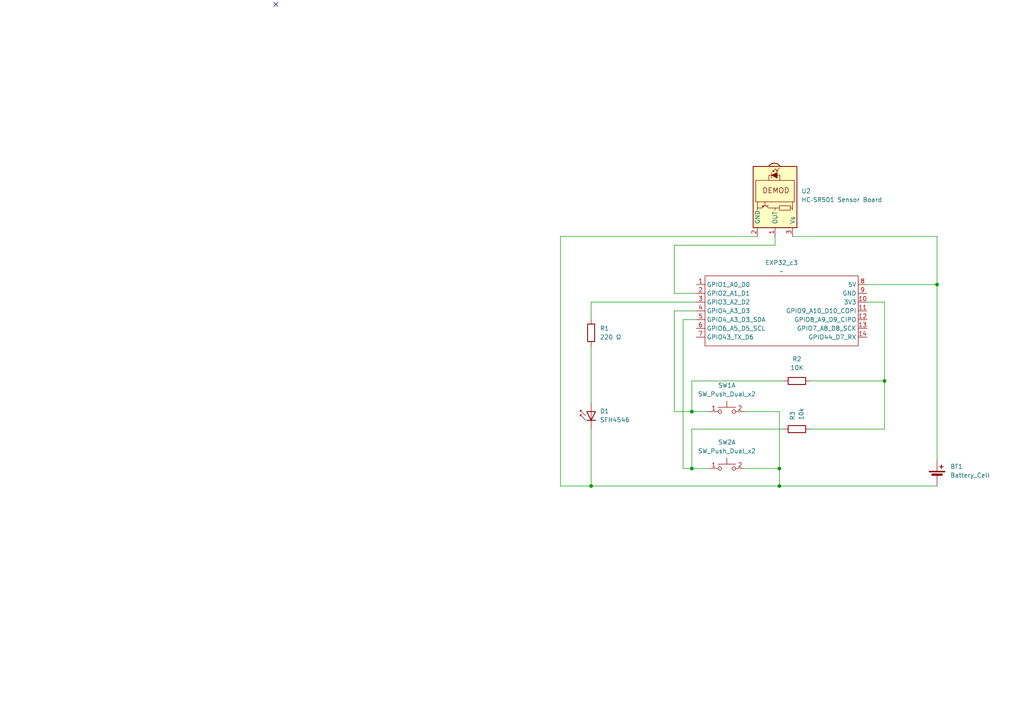
<source format=kicad_sch>
(kicad_sch (version 20231120) (generator "eeschema") (generator_version "8.0")
  (paper "A4")
  (title_block (title "Shoppers Sensors") (date "2025-02-05") (rev "1.0") (company "GIX-MSTI") (comment 1 "By: Shareef Jasim"))
  (lib_symbols
    (symbol "Device:Battery_Cell" (pin_numbers hide) (pin_names (offset 0) hide)
      (property "Reference" "BT" (at 2.54 2.54 0))
      (property "Value" "Battery_Cell" (at 2.54 0 0))
      (symbol "Battery_Cell_0_1"
        (rectangle (start -2.286 1.778) (end 2.286 1.524) (fill (type outline)))
        (rectangle (start -1.524 1.016) (end 1.524 0.508) (fill (type outline)))
        (polyline (pts (xy 0 0.762) (xy 0 0)))
        (polyline (pts (xy 0 1.778) (xy 0 2.54)))
        (polyline (pts (xy 0.762 3.048) (xy 1.778 3.048)) (stroke (width 0.254)))
        (polyline (pts (xy 1.27 3.556) (xy 1.27 2.54)) (stroke (width 0.254)))
      )
      (symbol "Battery_Cell_1_1"
        (pin passive line (at 0 5.08 270) (length 2.54) (name "+") (number "1"))
        (pin passive line (at 0 -2.54 90) (length 2.54) (name "-") (number "2"))
      )
    )
    (symbol "Device:R" (pin_numbers hide) (pin_names (offset 0))
      (property "Reference" "R" (at 2.032 0 90))
      (property "Value" "R" (at 0 0 90))
      (symbol "R_0_1"
        (rectangle (start -1.016 -2.54) (end 1.016 2.54) (stroke (width 0.254)))
      )
      (symbol "R_1_1"
        (pin passive line (at 0 3.81 270) (length 1.27) (name "~") (number "1"))
        (pin passive line (at 0 -3.81 90) (length 1.27) (name "~") (number "2"))
      )
    )
    (symbol "LED:SFH4546" (pin_numbers hide) (pin_names (offset 1.016) hide)
      (property "Reference" "D" (at 0.508 1.778 0))
      (property "Value" "SFH4546" (at -1.016 -2.794 0))
      (symbol "SFH4546_0_1"
        (polyline (pts (xy -2.54 1.27) (xy -2.54 -1.27)) (stroke (width 0.254)))
        (polyline (pts (xy 0 0) (xy -2.54 0)))
        (polyline (pts (xy 0.381 3.175) (xy -0.127 3.175)))
        (polyline (pts (xy -1.143 1.651) (xy 0.381 3.175) (xy 0.381 2.667)))
        (polyline (pts (xy 0 -1.27) (xy -2.54 0) (xy 0 1.27) (xy 0 -1.27)) (stroke (width 0.254)))
        (polyline (pts (xy -2.413 1.651) (xy -0.889 3.175) (xy -0.889 2.667) (xy -0.889 3.175) (xy -1.397 3.175)))
      )
      (symbol "SFH4546_1_1"
        (pin passive line (at -5.08 0 0) (length 2.54) (name "K") (number "1"))
        (pin passive line (at 2.54 0 180) (length 2.54) (name "A") (number "2"))
      )
    )
    (symbol "Sensor_Proximity:TSSP58038" (pin_names (offset 1.016))
      (property "Reference" "U" (at -10.16 7.62 0))
      (property "Value" "TSSP58038" (at -10.16 -7.62 0))
      (symbol "TSSP58038_0_0"
        (arc (start -10.287 1.397) (mid -11.0899 -0.1852) (end -10.287 -1.778) (stroke (width 0.254)) (fill (type background)))
        (polyline (pts (xy 1.905 -5.08) (xy 0.127 -5.08)))
        (polyline (pts (xy 1.905 5.08) (xy 0.127 5.08)))
        (text "DEMOD" (at -3.175 0.254 900) (effects (font (size 1.524 1.524))))
      )
      (symbol "TSSP58038_0_1"
        (rectangle (start -6.096 5.588) (end 0.127 -5.588))
        (polyline (pts (xy -8.763 0.381) (xy -9.652 1.27)))
        (polyline (pts (xy -8.763 0.381) (xy -9.271 0.381)))
        (polyline (pts (xy -8.763 0.381) (xy -8.763 0.889)))
        (polyline (pts (xy -8.636 -0.635) (xy -9.525 0.254)))
        (polyline (pts (xy -8.636 -0.635) (xy -9.144 -0.635)))
        (polyline (pts (xy -8.636 -0.635) (xy -8.636 -0.127)))
        (polyline (pts (xy -8.382 -1.016) (xy -6.731 -1.016)))
        (polyline (pts (xy 1.27 -2.921) (xy 0.127 -2.921)))
        (polyline (pts (xy 1.27 -1.905) (xy 1.27 -3.81)))
        (polyline (pts (xy 1.397 -3.556) (xy 1.524 -3.556)))
        (polyline (pts (xy 1.651 -3.556) (xy 1.524 -3.556)))
        (polyline (pts (xy 1.651 -3.556) (xy 1.651 -3.302)))
        (polyline (pts (xy 1.905 0) (xy 1.905 1.27)))
        (polyline (pts (xy 1.905 4.445) (xy 1.905 5.08) (xy 2.54 5.08)))
        (polyline (pts (xy -8.382 0.635) (xy -6.731 0.635) (xy -7.62 -1.016) (xy -8.382 0.635)) (fill (type outline)))
        (polyline (pts (xy -6.096 1.397) (xy -7.62 1.397) (xy -7.62 -1.778) (xy -6.096 -1.778)))
        (polyline (pts (xy 1.27 -3.175) (xy 1.905 -3.81) (xy 1.905 -5.08) (xy 2.54 -5.08)))
        (polyline (pts (xy 1.27 -2.54) (xy 1.905 -1.905) (xy 1.905 0) (xy 2.54 0)))
        (rectangle (start 2.54 1.27) (end 1.27 4.445))
        (rectangle (start 7.62 6.35) (end -10.16 -6.35) (stroke (width 0.254)) (fill (type background)))
      )
      (symbol "TSSP58038_1_1"
        (pin output line (at 10.16 0 180) (length 2.54) (name "OUT") (number "1"))
        (pin power_in line (at 10.16 -5.08 180) (length 2.54) (name "GND") (number "2"))
        (pin power_in line (at 10.16 5.08 180) (length 2.54) (name "Vs") (number "3"))
      )
    )
    (symbol "Shareef 32:XIAO_ESP32_SENSE"
      (property "Reference" "U" (at 0 0 0))
      (symbol "XIAO_ESP32_SENSE_0_1"
        (polyline (pts (xy -20.32 8.89) (xy -20.32 -11.43) (xy 24.13 -11.43) (xy 24.13 8.89) (xy -20.32 8.89)))
      )
      (symbol "XIAO_ESP32_SENSE_1_1"
        (pin bidirectional line (at -22.86 6.35 0) (length 2.54) (name "GPIO1_A0_D0") (number "1"))
        (pin bidirectional line (at 26.67 1.27 180) (length 2.54) (name "3V3") (number "10"))
        (pin bidirectional line (at 26.67 -1.27 180) (length 2.54) (name "GPIO9_A10_D10_COPI") (number "11"))
        (pin bidirectional line (at 26.67 -3.81 180) (length 2.54) (name "GPIO8_A9_D9_CIPO") (number "12"))
        (pin bidirectional line (at 26.67 -6.35 180) (length 2.54) (name "GPIO7_A8_D8_SCK") (number "13"))
        (pin bidirectional line (at 26.67 -8.89 180) (length 2.54) (name "GPIO44_D7_RX") (number "14"))
        (pin bidirectional line (at -22.86 3.81 0) (length 2.54) (name "GPIO2_A1_D1") (number "2"))
        (pin bidirectional line (at -22.86 1.27 0) (length 2.54) (name "GPIO3_A2_D2") (number "3"))
        (pin bidirectional line (at -22.86 -1.27 0) (length 2.54) (name "GPIO4_A3_D3") (number "4"))
        (pin bidirectional line (at -22.86 -3.81 0) (length 2.54) (name "GPIO4_A3_D3_SDA") (number "5"))
        (pin bidirectional line (at -22.86 -6.35 0) (length 2.54) (name "GPIO6_A5_D5_SCL") (number "6"))
        (pin bidirectional line (at -22.86 -8.89 0) (length 2.54) (name "GPIO43_TX_D6") (number "7"))
        (pin bidirectional line (at 26.67 6.35 180) (length 2.54) (name "5V") (number "8"))
        (pin bidirectional line (at 26.67 3.81 180) (length 2.54) (name "GND") (number "9"))
      )
    )
    (symbol "Switch:SW_Push_Dual_x2" (pin_names (offset 1.016) hide)
      (property "Reference" "SW" (at 1.27 2.54 0))
      (property "Value" "SW_Push_Dual_x2" (at 0 -1.524 0))
      (symbol "SW_Push_Dual_x2_0_1"
        (circle (center -2.032 0) (radius 0.508))
        (polyline (pts (xy 0 1.27) (xy 0 3.048)))
        (polyline (pts (xy 2.54 1.27) (xy -2.54 1.27)))
        (circle (center 2.032 0) (radius 0.508))
      )
      (symbol "SW_Push_Dual_x2_1_1"
        (pin passive line (at -5.08 0 0) (length 2.54) (name "C") (number "1"))
        (pin passive line (at 5.08 0 180) (length 2.54) (name "D") (number "2"))
      )
      (symbol "SW_Push_Dual_x2_2_1"
        (pin passive line (at -5.08 0 0) (length 2.54) (name "C") (number "3"))
        (pin passive line (at 5.08 0 180) (length 2.54) (name "D") (number "4"))
      )
    )
  )
  (junction (at 226.06 135.89))
  (junction (at 271.78 82.55))
  (junction (at 256.54 110.49))
  (junction (at 200.66 135.89))
  (junction (at 171.45 140.97))
  (junction (at 200.66 119.38))
  (junction (at 226.06 140.97))
  (no_connect (at 80.01 1.27))
  (wire (pts (xy 251.46 82.55) (xy 271.78 82.55)))
  (wire (pts (xy 226.06 135.89) (xy 226.06 140.97)))
  (wire (pts (xy 200.66 124.46) (xy 200.66 135.89)))
  (wire (pts (xy 200.66 135.89) (xy 198.12 135.89)))
  (wire (pts (xy 195.58 90.17) (xy 201.93 90.17)))
  (wire (pts (xy 227.33 110.49) (xy 200.66 110.49)))
  (wire (pts (xy 171.45 87.63) (xy 201.93 87.63)))
  (wire (pts (xy 205.74 119.38) (xy 200.66 119.38)))
  (wire (pts (xy 271.78 68.58) (xy 271.78 82.55)))
  (wire (pts (xy 224.79 71.12) (xy 195.58 71.12)))
  (wire (pts (xy 219.71 68.58) (xy 162.56 68.58)))
  (wire (pts (xy 200.66 119.38) (xy 195.58 119.38)))
  (wire (pts (xy 226.06 119.38) (xy 226.06 135.89)))
  (wire (pts (xy 256.54 110.49) (xy 256.54 87.63)))
  (wire (pts (xy 256.54 87.63) (xy 251.46 87.63)))
  (wire (pts (xy 215.9 119.38) (xy 226.06 119.38)))
  (wire (pts (xy 229.87 68.58) (xy 271.78 68.58)))
  (wire (pts (xy 256.54 110.49) (xy 256.54 124.46)))
  (wire (pts (xy 195.58 119.38) (xy 195.58 90.17)))
  (wire (pts (xy 171.45 92.71) (xy 171.45 87.63)))
  (wire (pts (xy 224.79 68.58) (xy 224.79 71.12)))
  (wire (pts (xy 171.45 124.46) (xy 171.45 140.97)))
  (wire (pts (xy 162.56 68.58) (xy 162.56 140.97)))
  (wire (pts (xy 195.58 85.09) (xy 201.93 85.09)))
  (wire (pts (xy 226.06 140.97) (xy 271.78 140.97)))
  (wire (pts (xy 198.12 92.71) (xy 201.93 92.71)))
  (wire (pts (xy 171.45 100.33) (xy 171.45 116.84)))
  (wire (pts (xy 271.78 82.55) (xy 271.78 133.35)))
  (wire (pts (xy 195.58 71.12) (xy 195.58 85.09)))
  (wire (pts (xy 226.06 135.89) (xy 215.9 135.89)))
  (wire (pts (xy 200.66 110.49) (xy 200.66 119.38)))
  (wire (pts (xy 171.45 140.97) (xy 226.06 140.97)))
  (wire (pts (xy 205.74 135.89) (xy 200.66 135.89)))
  (wire (pts (xy 198.12 135.89) (xy 198.12 92.71)))
  (wire (pts (xy 200.66 124.46) (xy 227.33 124.46)))
  (wire (pts (xy 234.95 110.49) (xy 256.54 110.49)))
  (wire (pts (xy 234.95 124.46) (xy 256.54 124.46)))
  (wire (pts (xy 162.56 140.97) (xy 171.45 140.97)))
  (symbol (lib_id "Device:Battery_Cell") (at 271.78 138.43 0) (unit 1)
    (property "Reference" "BT1" (at 275.59 135.3184 0) (effects (justify left)))
    (property "Value" "Battery_Cell" (at 275.59 137.8584 0) (effects (justify left)))
    (property "Description" "Single-cell battery" (effects (hide yes)))
  )
  (symbol (lib_id "Device:R") (at 171.45 96.52 0) (unit 1)
    (property "Reference" "R1" (at 173.99 95.2499 0) (effects (justify left)))
    (property "Value" "220 Ω" (at 173.99 97.7899 0) (effects (justify left)))
    (property "Footprint" "Resistor_THT:R_Axial_DIN0204_L3.6mm_D1.6mm_P1.90mm_Vertical" (effects (hide yes)))
    (property "Description" "Resistor" (effects (hide yes)))
  )
  (symbol (lib_id "Sensor_Proximity:TSSP58038") (at 224.79 58.42 270) (unit 1)
    (property "Reference" "U2" (at 232.41 55.4149 90) (effects (justify left)))
    (property "Value" "HC‑SR501 Sensor Board" (at 232.41 57.9549 90) (effects (justify left)))
    (property "Footprint" "OptoDevice:Vishay_MINICAST-3Pin" (effects (hide yes)))
    (property "Datasheet" "http://www.vishay.com/docs/82476/tssp58p38.pdf" (effects (hide yes)))
    (property "Description" "IR Detector for Mid Range Proximity Sensor" (effects (hide yes)))
  )
  (symbol (lib_id "Shareef 32:XIAO_ESP32_SENSE") (at 224.79 88.9 0) (unit 1)
    (property "Reference" "EXP32_c3" (at 226.695 76.2 0))
    (property "Value" "~" (at 226.695 78.74 0))
    (property "Footprint" "RF_Module:MCU_Seeed_ESP32C3" (effects (hide yes)))
  )
  (symbol (lib_id "Device:R") (at 231.14 124.46 90) (unit 1)
    (property "Reference" "R3" (at 229.8699 121.92 0) (effects (justify left)))
    (property "Value" "10k" (at 232.4099 121.92 0) (effects (justify left)))
    (property "Footprint" "Resistor_THT:R_Axial_DIN0204_L3.6mm_D1.6mm_P1.90mm_Vertical" (effects (hide yes)))
    (property "Description" "Resistor" (effects (hide yes)))
  )
  (symbol (lib_id "Switch:SW_Push_Dual_x2") (at 210.82 119.38 0) (unit 1)
    (property "Reference" "SW1" (at 210.82 111.76 0))
    (property "Value" "SW_Push_Dual_x2" (at 210.82 114.3 0))
    (property "Footprint" "Button_Switch_THT:SW_PUSH_6mm_H4.3mm" (effects (hide yes)))
    (property "Description" "Push button switch, generic, separate symbols, four pins" (effects (hide yes)))
  )
  (symbol (lib_id "Switch:SW_Push_Dual_x2") (at 210.82 135.89 0) (unit 1)
    (property "Reference" "SW2" (at 210.82 128.27 0))
    (property "Value" "SW_Push_Dual_x2" (at 210.82 130.81 0))
    (property "Footprint" "Button_Switch_THT:SW_XKB_DM1-16UC-1" (effects (hide yes)))
    (property "Description" "Push button switch, generic, separate symbols, four pins" (effects (hide yes)))
  )
  (symbol (lib_id "LED:SFH4546") (at 171.45 119.38 90) (unit 1)
    (property "Reference" "D1" (at 173.99 119.2529 90) (effects (justify right)))
    (property "Value" "SFH4546" (at 173.99 121.7929 90) (effects (justify right)))
    (property "Footprint" "LED_THT:LED_D5.0mm_IRGrey" (effects (hide yes)))
    (property "Datasheet" "http://www.osram-os.com/Graphics/XPic1/00101982_0.pdf" (effects (hide yes)))
    (property "Description" "High-Power IR LED 940nm" (effects (hide yes)))
  )
  (symbol (lib_id "Device:R") (at 231.14 110.49 90) (unit 1)
    (property "Reference" "R2" (at 231.14 104.14 90))
    (property "Value" "10K" (at 231.14 106.68 90))
    (property "Footprint" "Resistor_THT:R_Axial_DIN0204_L3.6mm_D1.6mm_P1.90mm_Vertical" (effects (hide yes)))
    (property "Description" "Resistor" (effects (hide yes)))
  )
)
</source>
